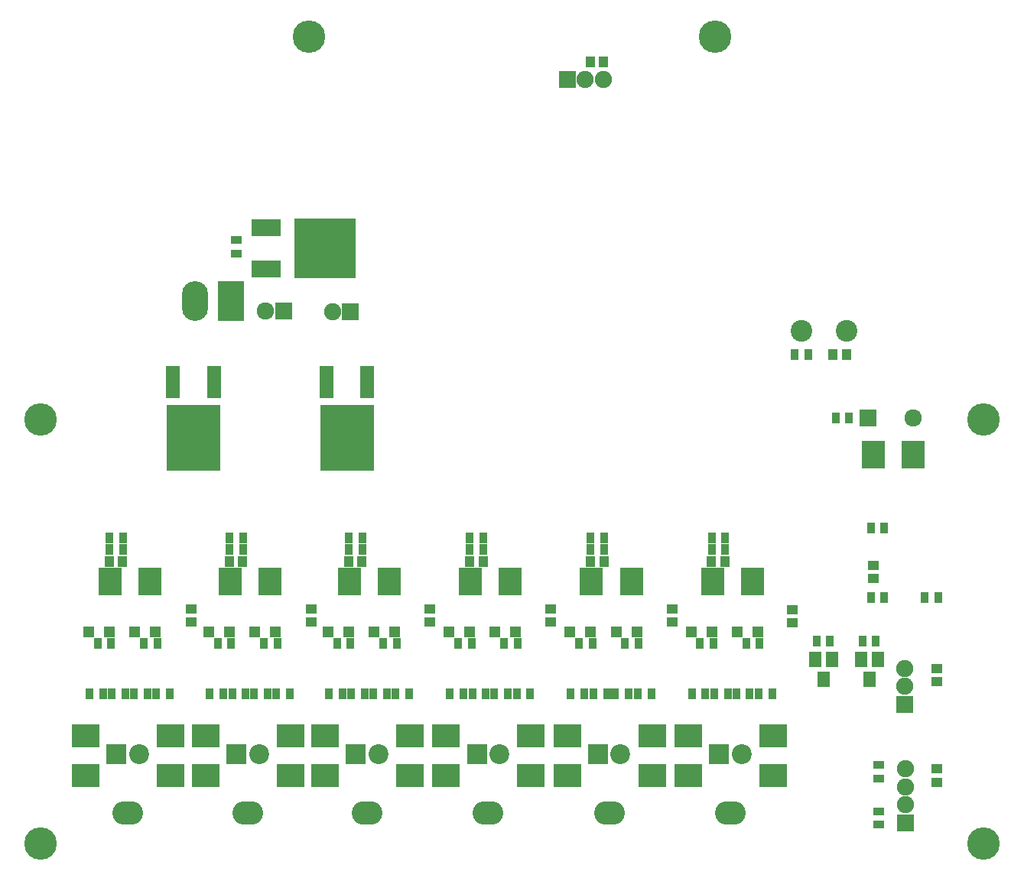
<source format=gbs>
G04 #@! TF.GenerationSoftware,KiCad,Pcbnew,(5.0.0)*
G04 #@! TF.CreationDate,2018-12-21T16:51:23+09:00*
G04 #@! TF.ProjectId,lancer_mainbord_v1,6C616E6365725F6D61696E626F72645F,rev?*
G04 #@! TF.SameCoordinates,Original*
G04 #@! TF.FileFunction,Soldermask,Bot*
G04 #@! TF.FilePolarity,Negative*
%FSLAX46Y46*%
G04 Gerber Fmt 4.6, Leading zero omitted, Abs format (unit mm)*
G04 Created by KiCad (PCBNEW (5.0.0)) date 12/21/18 16:51:23*
%MOMM*%
%LPD*%
G01*
G04 APERTURE LIST*
%ADD10R,1.400000X1.800000*%
%ADD11C,2.400000*%
%ADD12R,1.900000X1.900000*%
%ADD13C,1.900000*%
%ADD14C,1.924000*%
%ADD15R,1.924000X1.924000*%
%ADD16R,2.900000X4.400000*%
%ADD17O,2.900000X4.400000*%
%ADD18R,1.200000X1.100000*%
%ADD19R,1.600000X3.600000*%
%ADD20R,5.900000X7.400000*%
%ADD21R,1.100000X1.200000*%
%ADD22C,3.600000*%
%ADD23R,2.559000X3.134000*%
%ADD24R,1.200000X1.300000*%
%ADD25R,3.134000X2.559000*%
%ADD26R,0.900000X1.200000*%
%ADD27R,1.200000X0.900000*%
%ADD28O,3.400000X2.600000*%
%ADD29R,2.200000X2.200000*%
%ADD30C,2.200000*%
%ADD31R,6.900000X6.700000*%
%ADD32R,3.300000X1.900000*%
G04 APERTURE END LIST*
D10*
G04 #@! TO.C,Q1*
X189850000Y-118100000D03*
X191750000Y-118100000D03*
X190800000Y-120300000D03*
G04 #@! TD*
G04 #@! TO.C,Q2*
X194925000Y-118050000D03*
X196825000Y-118050000D03*
X195875000Y-120250000D03*
G04 #@! TD*
D11*
G04 #@! TO.C,SW1*
X193300000Y-81650000D03*
X188300000Y-81650000D03*
G04 #@! TD*
D12*
G04 #@! TO.C,J4*
X199800000Y-123050000D03*
D13*
X199800000Y-121050000D03*
X199800000Y-119050000D03*
G04 #@! TD*
D12*
G04 #@! TO.C,P3*
X138400000Y-79550000D03*
D13*
X136400000Y-79550000D03*
G04 #@! TD*
D14*
G04 #@! TO.C,P2*
X129000000Y-79500000D03*
D15*
X131000000Y-79500000D03*
G04 #@! TD*
D16*
G04 #@! TO.C,P1*
X125150000Y-78350000D03*
D17*
X121150000Y-78350000D03*
G04 #@! TD*
D18*
G04 #@! TO.C,C15*
X203350000Y-131675000D03*
X203350000Y-130175000D03*
G04 #@! TD*
D14*
G04 #@! TO.C,BZ1*
X200700000Y-91300000D03*
D15*
X195700000Y-91300000D03*
G04 #@! TD*
D19*
G04 #@! TO.C,U1*
X118720000Y-87380000D03*
X123280000Y-87380000D03*
D20*
X121000000Y-93500000D03*
G04 #@! TD*
D19*
G04 #@! TO.C,U2*
X135720000Y-87380000D03*
X140280000Y-87380000D03*
D20*
X138000000Y-93500000D03*
G04 #@! TD*
D21*
G04 #@! TO.C,C9*
X113175000Y-107200000D03*
X111675000Y-107200000D03*
G04 #@! TD*
D22*
G04 #@! TO.C,REF\002A\002A*
X178800000Y-49100000D03*
G04 #@! TD*
G04 #@! TO.C,REF\002A\002A*
X133800000Y-49100000D03*
G04 #@! TD*
G04 #@! TO.C,REF\002A\002A*
X104100000Y-91500000D03*
G04 #@! TD*
G04 #@! TO.C,REF\002A\002A*
X104100000Y-138500000D03*
G04 #@! TD*
G04 #@! TO.C,REF\002A\002A*
X208500000Y-138500000D03*
G04 #@! TD*
G04 #@! TO.C,REF\002A\002A*
X208500000Y-91500000D03*
G04 #@! TD*
D21*
G04 #@! TO.C,C10*
X126475000Y-107200000D03*
X124975000Y-107200000D03*
G04 #@! TD*
G04 #@! TO.C,C11*
X139675000Y-107200000D03*
X138175000Y-107200000D03*
G04 #@! TD*
G04 #@! TO.C,C12*
X166475000Y-107200000D03*
X164975000Y-107200000D03*
G04 #@! TD*
G04 #@! TO.C,C13*
X179875000Y-107200000D03*
X178375000Y-107200000D03*
G04 #@! TD*
G04 #@! TO.C,C14*
X153075000Y-107200000D03*
X151575000Y-107200000D03*
G04 #@! TD*
D18*
G04 #@! TO.C,C16*
X203325000Y-120550000D03*
X203325000Y-119050000D03*
G04 #@! TD*
D23*
G04 #@! TO.C,D1*
X111780000Y-109400000D03*
X116200000Y-109400000D03*
G04 #@! TD*
G04 #@! TO.C,D2*
X125100000Y-109400000D03*
X129520000Y-109400000D03*
G04 #@! TD*
G04 #@! TO.C,D3*
X138280000Y-109400000D03*
X142700000Y-109400000D03*
G04 #@! TD*
D24*
G04 #@! TO.C,D4*
X111700000Y-115000000D03*
X109400000Y-115000000D03*
G04 #@! TD*
G04 #@! TO.C,D5*
X116800000Y-115000000D03*
X114500000Y-115000000D03*
G04 #@! TD*
G04 #@! TO.C,D6*
X125000000Y-115000000D03*
X122700000Y-115000000D03*
G04 #@! TD*
G04 #@! TO.C,D7*
X130100000Y-115000000D03*
X127800000Y-115000000D03*
G04 #@! TD*
G04 #@! TO.C,D8*
X138200000Y-115000000D03*
X135900000Y-115000000D03*
G04 #@! TD*
G04 #@! TO.C,D9*
X143300000Y-115000000D03*
X141000000Y-115000000D03*
G04 #@! TD*
D25*
G04 #@! TO.C,D10*
X118500000Y-130920000D03*
X118500000Y-126500000D03*
G04 #@! TD*
G04 #@! TO.C,D11*
X131800000Y-130920000D03*
X131800000Y-126500000D03*
G04 #@! TD*
G04 #@! TO.C,D12*
X145000000Y-130920000D03*
X145000000Y-126500000D03*
G04 #@! TD*
G04 #@! TO.C,D13*
X109100000Y-130920000D03*
X109100000Y-126500000D03*
G04 #@! TD*
G04 #@! TO.C,D14*
X122400000Y-130920000D03*
X122400000Y-126500000D03*
G04 #@! TD*
G04 #@! TO.C,D15*
X135600000Y-130920000D03*
X135600000Y-126500000D03*
G04 #@! TD*
D23*
G04 #@! TO.C,D16*
X165080000Y-109400000D03*
X169500000Y-109400000D03*
G04 #@! TD*
G04 #@! TO.C,D17*
X178480000Y-109400000D03*
X182900000Y-109400000D03*
G04 #@! TD*
G04 #@! TO.C,D18*
X151680000Y-109400000D03*
X156100000Y-109400000D03*
G04 #@! TD*
D24*
G04 #@! TO.C,D19*
X165000000Y-115000000D03*
X162700000Y-115000000D03*
G04 #@! TD*
G04 #@! TO.C,D20*
X170100000Y-115000000D03*
X167800000Y-115000000D03*
G04 #@! TD*
G04 #@! TO.C,D21*
X178400000Y-115000000D03*
X176100000Y-115000000D03*
G04 #@! TD*
G04 #@! TO.C,D22*
X183500000Y-115000000D03*
X181200000Y-115000000D03*
G04 #@! TD*
G04 #@! TO.C,D23*
X151600000Y-115000000D03*
X149300000Y-115000000D03*
G04 #@! TD*
G04 #@! TO.C,D24*
X156700000Y-115000000D03*
X154400000Y-115000000D03*
G04 #@! TD*
D25*
G04 #@! TO.C,D25*
X171800000Y-130920000D03*
X171800000Y-126500000D03*
G04 #@! TD*
G04 #@! TO.C,D26*
X185200000Y-130920000D03*
X185200000Y-126500000D03*
G04 #@! TD*
G04 #@! TO.C,D27*
X158400000Y-130920000D03*
X158400000Y-126500000D03*
G04 #@! TD*
G04 #@! TO.C,D28*
X162400000Y-130920000D03*
X162400000Y-126500000D03*
G04 #@! TD*
G04 #@! TO.C,D29*
X175800000Y-130920000D03*
X175800000Y-126500000D03*
G04 #@! TD*
G04 #@! TO.C,D30*
X149000000Y-130920000D03*
X149000000Y-126500000D03*
G04 #@! TD*
D23*
G04 #@! TO.C,D31*
X200720000Y-95400000D03*
X196300000Y-95400000D03*
G04 #@! TD*
D26*
G04 #@! TO.C,R3*
X111700000Y-105900000D03*
X113200000Y-105900000D03*
G04 #@! TD*
G04 #@! TO.C,R4*
X125000000Y-105900000D03*
X126500000Y-105900000D03*
G04 #@! TD*
G04 #@! TO.C,R5*
X138200000Y-105900000D03*
X139700000Y-105900000D03*
G04 #@! TD*
G04 #@! TO.C,R6*
X111700000Y-104600000D03*
X113200000Y-104600000D03*
G04 #@! TD*
G04 #@! TO.C,R7*
X125000000Y-104600000D03*
X126500000Y-104600000D03*
G04 #@! TD*
G04 #@! TO.C,R8*
X138200000Y-104600000D03*
X139700000Y-104600000D03*
G04 #@! TD*
G04 #@! TO.C,R9*
X111900000Y-116300000D03*
X110400000Y-116300000D03*
G04 #@! TD*
G04 #@! TO.C,R10*
X117000000Y-116300000D03*
X115500000Y-116300000D03*
G04 #@! TD*
G04 #@! TO.C,R11*
X125200000Y-116300000D03*
X123700000Y-116300000D03*
G04 #@! TD*
G04 #@! TO.C,R12*
X130300000Y-116300000D03*
X128800000Y-116300000D03*
G04 #@! TD*
G04 #@! TO.C,R13*
X138400000Y-116300000D03*
X136900000Y-116300000D03*
G04 #@! TD*
G04 #@! TO.C,R14*
X143500000Y-116300000D03*
X142000000Y-116300000D03*
G04 #@! TD*
G04 #@! TO.C,R15*
X109500000Y-121900000D03*
X111000000Y-121900000D03*
G04 #@! TD*
G04 #@! TO.C,R16*
X112000000Y-121900000D03*
X113500000Y-121900000D03*
G04 #@! TD*
G04 #@! TO.C,R17*
X114400000Y-121900000D03*
X115900000Y-121900000D03*
G04 #@! TD*
G04 #@! TO.C,R18*
X116900000Y-121900000D03*
X118400000Y-121900000D03*
G04 #@! TD*
G04 #@! TO.C,R19*
X122800000Y-121900000D03*
X124300000Y-121900000D03*
G04 #@! TD*
G04 #@! TO.C,R20*
X125300000Y-121900000D03*
X126800000Y-121900000D03*
G04 #@! TD*
G04 #@! TO.C,R21*
X127700000Y-121900000D03*
X129200000Y-121900000D03*
G04 #@! TD*
G04 #@! TO.C,R22*
X130200000Y-121900000D03*
X131700000Y-121900000D03*
G04 #@! TD*
G04 #@! TO.C,R23*
X136000000Y-121900000D03*
X137500000Y-121900000D03*
G04 #@! TD*
G04 #@! TO.C,R24*
X138500000Y-121900000D03*
X140000000Y-121900000D03*
G04 #@! TD*
G04 #@! TO.C,R25*
X140900000Y-121900000D03*
X142400000Y-121900000D03*
G04 #@! TD*
G04 #@! TO.C,R26*
X143400000Y-121900000D03*
X144900000Y-121900000D03*
G04 #@! TD*
G04 #@! TO.C,R27*
X165000000Y-105900000D03*
X166500000Y-105900000D03*
G04 #@! TD*
G04 #@! TO.C,R28*
X178400000Y-105900000D03*
X179900000Y-105900000D03*
G04 #@! TD*
G04 #@! TO.C,R29*
X151600000Y-105900000D03*
X153100000Y-105900000D03*
G04 #@! TD*
G04 #@! TO.C,R30*
X165000000Y-104600000D03*
X166500000Y-104600000D03*
G04 #@! TD*
G04 #@! TO.C,R31*
X178400000Y-104600000D03*
X179900000Y-104600000D03*
G04 #@! TD*
G04 #@! TO.C,R32*
X151600000Y-104600000D03*
X153100000Y-104600000D03*
G04 #@! TD*
G04 #@! TO.C,R33*
X165200000Y-116300000D03*
X163700000Y-116300000D03*
G04 #@! TD*
G04 #@! TO.C,R34*
X170300000Y-116300000D03*
X168800000Y-116300000D03*
G04 #@! TD*
G04 #@! TO.C,R35*
X178600000Y-116300000D03*
X177100000Y-116300000D03*
G04 #@! TD*
G04 #@! TO.C,R36*
X183700000Y-116300000D03*
X182200000Y-116300000D03*
G04 #@! TD*
G04 #@! TO.C,R37*
X151800000Y-116300000D03*
X150300000Y-116300000D03*
G04 #@! TD*
G04 #@! TO.C,R38*
X156900000Y-116300000D03*
X155400000Y-116300000D03*
G04 #@! TD*
G04 #@! TO.C,R39*
X162800000Y-121900000D03*
X164300000Y-121900000D03*
G04 #@! TD*
G04 #@! TO.C,R40*
X165300000Y-121900000D03*
X166800000Y-121900000D03*
G04 #@! TD*
G04 #@! TO.C,R41*
X167700000Y-121900000D03*
X169200000Y-121900000D03*
G04 #@! TD*
G04 #@! TO.C,R42*
X170200000Y-121900000D03*
X171700000Y-121900000D03*
G04 #@! TD*
G04 #@! TO.C,R43*
X176200000Y-121900000D03*
X177700000Y-121900000D03*
G04 #@! TD*
G04 #@! TO.C,R44*
X178700000Y-121900000D03*
X180200000Y-121900000D03*
G04 #@! TD*
G04 #@! TO.C,R45*
X181100000Y-121900000D03*
X182600000Y-121900000D03*
G04 #@! TD*
G04 #@! TO.C,R46*
X183600000Y-121900000D03*
X185100000Y-121900000D03*
G04 #@! TD*
G04 #@! TO.C,R47*
X149400000Y-121900000D03*
X150900000Y-121900000D03*
G04 #@! TD*
G04 #@! TO.C,R48*
X151900000Y-121900000D03*
X153400000Y-121900000D03*
G04 #@! TD*
G04 #@! TO.C,R49*
X154300000Y-121900000D03*
X155800000Y-121900000D03*
G04 #@! TD*
G04 #@! TO.C,R50*
X156800000Y-121900000D03*
X158300000Y-121900000D03*
G04 #@! TD*
G04 #@! TO.C,R51*
X196000000Y-111200000D03*
X197500000Y-111200000D03*
G04 #@! TD*
G04 #@! TO.C,R52*
X196000000Y-103500000D03*
X197500000Y-103500000D03*
G04 #@! TD*
G04 #@! TO.C,R53*
X203500000Y-111200000D03*
X202000000Y-111200000D03*
G04 #@! TD*
G04 #@! TO.C,R60*
X191500000Y-116050000D03*
X190000000Y-116050000D03*
G04 #@! TD*
G04 #@! TO.C,R61*
X196575000Y-116075000D03*
X195075000Y-116075000D03*
G04 #@! TD*
D27*
G04 #@! TO.C,R62*
X196850000Y-129750000D03*
X196850000Y-131250000D03*
G04 #@! TD*
G04 #@! TO.C,R63*
X196900000Y-134900000D03*
X196900000Y-136400000D03*
G04 #@! TD*
D26*
G04 #@! TO.C,R64*
X193600000Y-91300000D03*
X192100000Y-91300000D03*
G04 #@! TD*
D28*
G04 #@! TO.C,P4*
X113750000Y-135100000D03*
D29*
X112500000Y-128600000D03*
D30*
X115000000Y-128600000D03*
G04 #@! TD*
D28*
G04 #@! TO.C,P5*
X127050000Y-135100000D03*
D29*
X125800000Y-128600000D03*
D30*
X128300000Y-128600000D03*
G04 #@! TD*
D28*
G04 #@! TO.C,P6*
X140250000Y-135100000D03*
D29*
X139000000Y-128600000D03*
D30*
X141500000Y-128600000D03*
G04 #@! TD*
D28*
G04 #@! TO.C,P7*
X167050000Y-135100000D03*
D29*
X165800000Y-128600000D03*
D30*
X168300000Y-128600000D03*
G04 #@! TD*
D28*
G04 #@! TO.C,P8*
X180450000Y-135100000D03*
D29*
X179200000Y-128600000D03*
D30*
X181700000Y-128600000D03*
G04 #@! TD*
D28*
G04 #@! TO.C,P9*
X153650000Y-135100000D03*
D29*
X152400000Y-128600000D03*
D30*
X154900000Y-128600000D03*
G04 #@! TD*
D12*
G04 #@! TO.C,J2*
X199825000Y-136200000D03*
D13*
X199825000Y-134200000D03*
X199825000Y-132200000D03*
X199825000Y-130200000D03*
G04 #@! TD*
D12*
G04 #@! TO.C,J3*
X162400000Y-53800000D03*
D13*
X164400000Y-53800000D03*
X166400000Y-53800000D03*
G04 #@! TD*
D18*
G04 #@! TO.C,C18*
X120775000Y-112450000D03*
X120775000Y-113950000D03*
G04 #@! TD*
G04 #@! TO.C,C19*
X134025000Y-112450000D03*
X134025000Y-113950000D03*
G04 #@! TD*
G04 #@! TO.C,C20*
X147200000Y-112450000D03*
X147200000Y-113950000D03*
G04 #@! TD*
G04 #@! TO.C,C21*
X174000000Y-112450000D03*
X174000000Y-113950000D03*
G04 #@! TD*
G04 #@! TO.C,C22*
X187300000Y-112550000D03*
X187300000Y-114050000D03*
G04 #@! TD*
G04 #@! TO.C,C23*
X160600000Y-112450000D03*
X160600000Y-113950000D03*
G04 #@! TD*
D21*
G04 #@! TO.C,C24*
X164925000Y-51900000D03*
X166425000Y-51900000D03*
G04 #@! TD*
D18*
G04 #@! TO.C,C25*
X196300000Y-107625000D03*
X196300000Y-109125000D03*
G04 #@! TD*
D27*
G04 #@! TO.C,R65*
X125800000Y-71600000D03*
X125800000Y-73100000D03*
G04 #@! TD*
D26*
G04 #@! TO.C,R66*
X189100000Y-84300000D03*
X187600000Y-84300000D03*
G04 #@! TD*
D21*
G04 #@! TO.C,C28*
X191825000Y-84300000D03*
X193325000Y-84300000D03*
G04 #@! TD*
D31*
G04 #@! TO.C,Q3*
X135600000Y-72514000D03*
D32*
X129100000Y-70228000D03*
X129100000Y-74800000D03*
G04 #@! TD*
M02*

</source>
